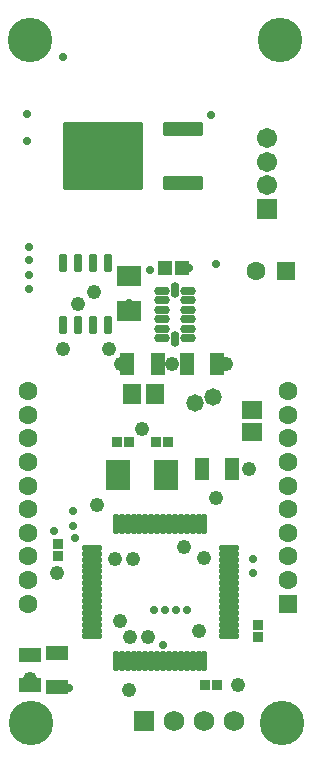
<source format=gbr>
%TF.GenerationSoftware,Altium Limited,Altium Designer,20.0.9 (164)*%
G04 Layer_Color=16711935*
%FSLAX26Y26*%
%MOIN*%
%TF.FileFunction,Soldermask,Bot*%
%TF.Part,Single*%
G01*
G75*
%TA.AperFunction,SMDPad,CuDef*%
%ADD67R,0.072961X0.051307*%
%TA.AperFunction,ConnectorPad*%
%ADD68R,0.074929X0.051307*%
%TA.AperFunction,SMDPad,CuDef*%
%ADD69R,0.051307X0.074929*%
%ADD70R,0.082803X0.067055*%
%ADD71O,0.019811X0.070992*%
%ADD72O,0.070992X0.019811*%
%ADD73R,0.045402X0.049339*%
%ADD74R,0.036346X0.036346*%
%ADD75R,0.069024X0.063118*%
%ADD76R,0.063118X0.069024*%
%ADD77R,0.036346X0.037921*%
%ADD78R,0.037921X0.036346*%
%ADD79O,0.053079X0.029654*%
%ADD80O,0.029654X0.053079*%
G04:AMPARAMS|DCode=81|XSize=49.339mil|YSize=130.047mil|CornerRadius=6.067mil|HoleSize=0mil|Usage=FLASHONLY|Rotation=90.000|XOffset=0mil|YOffset=0mil|HoleType=Round|Shape=RoundedRectangle|*
%AMROUNDEDRECTD81*
21,1,0.049339,0.117913,0,0,90.0*
21,1,0.037205,0.130047,0,0,90.0*
1,1,0.012134,0.058957,0.018602*
1,1,0.012134,0.058957,-0.018602*
1,1,0.012134,-0.058957,-0.018602*
1,1,0.012134,-0.058957,0.018602*
%
%ADD81ROUNDEDRECTD81*%
G04:AMPARAMS|DCode=82|XSize=228.472mil|YSize=267.842mil|CornerRadius=6.205mil|HoleSize=0mil|Usage=FLASHONLY|Rotation=90.000|XOffset=0mil|YOffset=0mil|HoleType=Round|Shape=RoundedRectangle|*
%AMROUNDEDRECTD82*
21,1,0.228472,0.255433,0,0,90.0*
21,1,0.216063,0.267842,0,0,90.0*
1,1,0.012409,0.127717,0.108031*
1,1,0.012409,0.127717,-0.108031*
1,1,0.012409,-0.127717,-0.108031*
1,1,0.012409,-0.127717,0.108031*
%
%ADD82ROUNDEDRECTD82*%
%ADD83R,0.082803X0.102488*%
G04:AMPARAMS|DCode=84|XSize=29.654mil|YSize=57.213mil|CornerRadius=5.949mil|HoleSize=0mil|Usage=FLASHONLY|Rotation=0.000|XOffset=0mil|YOffset=0mil|HoleType=Round|Shape=RoundedRectangle|*
%AMROUNDEDRECTD84*
21,1,0.029654,0.045315,0,0,0.0*
21,1,0.017756,0.057213,0,0,0.0*
1,1,0.011898,0.008878,-0.022657*
1,1,0.011898,-0.008878,-0.022657*
1,1,0.011898,-0.008878,0.022657*
1,1,0.011898,0.008878,0.022657*
%
%ADD84ROUNDEDRECTD84*%
%TA.AperFunction,ComponentPad*%
%ADD85R,0.063118X0.063118*%
%ADD86C,0.063118*%
%ADD87C,0.069024*%
%ADD88R,0.069024X0.069024*%
%ADD89C,0.067055*%
%ADD90R,0.067055X0.067055*%
%TA.AperFunction,ViaPad*%
%ADD91C,0.028000*%
%ADD92C,0.048000*%
%ADD93C,0.058000*%
%ADD94C,0.148000*%
D67*
X1165000Y848898D02*
D03*
Y961102D02*
D03*
D68*
X1075000Y956181D02*
D03*
Y853819D02*
D03*
D69*
X1648819Y1575000D02*
D03*
X1751181D02*
D03*
X1502362Y1925000D02*
D03*
X1400000D02*
D03*
X1598819D02*
D03*
X1701181D02*
D03*
D70*
X1405000Y2100945D02*
D03*
Y2219055D02*
D03*
D71*
X1362362Y1393347D02*
D03*
X1382047D02*
D03*
X1401732D02*
D03*
X1421417D02*
D03*
X1441102D02*
D03*
X1460787D02*
D03*
X1480472D02*
D03*
X1500157D02*
D03*
X1519842D02*
D03*
X1539527D02*
D03*
X1559213D02*
D03*
X1578898D02*
D03*
X1598583D02*
D03*
X1618268D02*
D03*
X1637953D02*
D03*
X1657638D02*
D03*
Y936654D02*
D03*
X1637953D02*
D03*
X1618268D02*
D03*
X1598583D02*
D03*
X1578898D02*
D03*
X1559213D02*
D03*
X1539527D02*
D03*
X1519842D02*
D03*
X1500157D02*
D03*
X1480472D02*
D03*
X1460787D02*
D03*
X1441102D02*
D03*
X1421417D02*
D03*
X1401732D02*
D03*
X1382047D02*
D03*
X1362362D02*
D03*
D72*
X1738346Y1312638D02*
D03*
Y1292953D02*
D03*
Y1273268D02*
D03*
Y1253583D02*
D03*
Y1233898D02*
D03*
Y1214213D02*
D03*
Y1194528D02*
D03*
Y1174843D02*
D03*
Y1155158D02*
D03*
Y1135473D02*
D03*
Y1115787D02*
D03*
Y1096102D02*
D03*
Y1076417D02*
D03*
Y1056732D02*
D03*
Y1037047D02*
D03*
Y1017362D02*
D03*
X1281653D02*
D03*
Y1037047D02*
D03*
Y1056732D02*
D03*
Y1076417D02*
D03*
Y1096102D02*
D03*
Y1115787D02*
D03*
Y1135473D02*
D03*
Y1155158D02*
D03*
Y1174843D02*
D03*
Y1194528D02*
D03*
Y1214213D02*
D03*
Y1233898D02*
D03*
Y1253583D02*
D03*
Y1273268D02*
D03*
Y1292953D02*
D03*
Y1312638D02*
D03*
D73*
X1526457Y2245000D02*
D03*
X1583543D02*
D03*
D74*
X1495315Y1665000D02*
D03*
X1534685D02*
D03*
X1404685D02*
D03*
X1365315D02*
D03*
D75*
X1815000Y1697598D02*
D03*
Y1772401D02*
D03*
D76*
X1417598Y1825000D02*
D03*
X1492401D02*
D03*
D77*
X1170000Y1286102D02*
D03*
Y1323898D02*
D03*
X1835000Y1053898D02*
D03*
Y1016102D02*
D03*
D78*
X1698898Y855000D02*
D03*
X1661102D02*
D03*
D79*
X1516791Y2168740D02*
D03*
Y2137244D02*
D03*
Y2105748D02*
D03*
Y2074252D02*
D03*
Y2042756D02*
D03*
Y2011260D02*
D03*
X1603209D02*
D03*
Y2042756D02*
D03*
Y2074252D02*
D03*
Y2105748D02*
D03*
Y2137244D02*
D03*
Y2168740D02*
D03*
D80*
X1560000Y2007421D02*
D03*
Y2172579D02*
D03*
D81*
X1587323Y2710157D02*
D03*
Y2529843D02*
D03*
D82*
X1319606Y2620000D02*
D03*
D83*
X1369291Y1555000D02*
D03*
X1530709D02*
D03*
D84*
X1185000Y2263346D02*
D03*
X1235000D02*
D03*
X1285000D02*
D03*
X1335000D02*
D03*
X1185000Y2056653D02*
D03*
X1235000D02*
D03*
X1285000D02*
D03*
X1335000D02*
D03*
D85*
X1930000Y2235000D02*
D03*
X1935000Y1126339D02*
D03*
D86*
X1830000Y2235000D02*
D03*
X1068858Y1126339D02*
D03*
Y1205079D02*
D03*
Y1283819D02*
D03*
Y1362559D02*
D03*
Y1441299D02*
D03*
Y1520039D02*
D03*
Y1598780D02*
D03*
Y1677520D02*
D03*
Y1756260D02*
D03*
Y1835000D02*
D03*
X1935000D02*
D03*
Y1756260D02*
D03*
Y1677520D02*
D03*
Y1598780D02*
D03*
Y1520039D02*
D03*
Y1441299D02*
D03*
Y1362559D02*
D03*
Y1283819D02*
D03*
Y1205079D02*
D03*
D87*
X1755000Y735000D02*
D03*
X1655000D02*
D03*
X1555000D02*
D03*
D88*
X1455000D02*
D03*
D89*
X1865000Y2679032D02*
D03*
Y2521551D02*
D03*
Y2600291D02*
D03*
D90*
Y2442811D02*
D03*
D91*
X1065000Y2760000D02*
D03*
Y2670000D02*
D03*
X1185000Y2950000D02*
D03*
X1520000Y990000D02*
D03*
X1205000Y845000D02*
D03*
X1820000Y1230000D02*
D03*
Y1275000D02*
D03*
X1155000Y1370000D02*
D03*
X1225000Y1345000D02*
D03*
X1220000Y1385000D02*
D03*
X1218910Y1436090D02*
D03*
X1490000Y1105000D02*
D03*
X1525000D02*
D03*
X1600000D02*
D03*
X1564552Y1105448D02*
D03*
X1680000Y2755000D02*
D03*
X1605000Y2245000D02*
D03*
X1475000Y2240000D02*
D03*
X1405000Y2130000D02*
D03*
X1072064Y2273000D02*
D03*
Y2221667D02*
D03*
Y2315000D02*
D03*
X1245000Y2550000D02*
D03*
X1380000D02*
D03*
X1375000Y2685000D02*
D03*
X1240000D02*
D03*
X1072064Y2175000D02*
D03*
X1695000Y2260000D02*
D03*
X1630000Y2530000D02*
D03*
D92*
X1300000Y1455000D02*
D03*
X1165000Y1230000D02*
D03*
X1640834Y1035834D02*
D03*
X1695000Y1480000D02*
D03*
X1420000Y1275000D02*
D03*
X1380000Y1925000D02*
D03*
X1730000D02*
D03*
X1360000Y1275000D02*
D03*
X1375000Y1070000D02*
D03*
X1340000Y1975000D02*
D03*
X1185000D02*
D03*
X1290000Y2165000D02*
D03*
X1235000Y2125000D02*
D03*
X1550591Y1925000D02*
D03*
X1075000Y875000D02*
D03*
X1805000Y1575000D02*
D03*
X1770000Y855000D02*
D03*
X1655000Y1280000D02*
D03*
X1590000Y1315000D02*
D03*
X1410000Y1015000D02*
D03*
X1405000Y840000D02*
D03*
X1470000Y1015000D02*
D03*
X1450000Y1710000D02*
D03*
D93*
X1685000Y1815000D02*
D03*
X1625000Y1795000D02*
D03*
D94*
X1910000Y3005000D02*
D03*
X1075000D02*
D03*
X1080000Y730000D02*
D03*
X1915000D02*
D03*
%TF.MD5,5088bb7bc52058e223e886b9921eadd3*%
M02*

</source>
